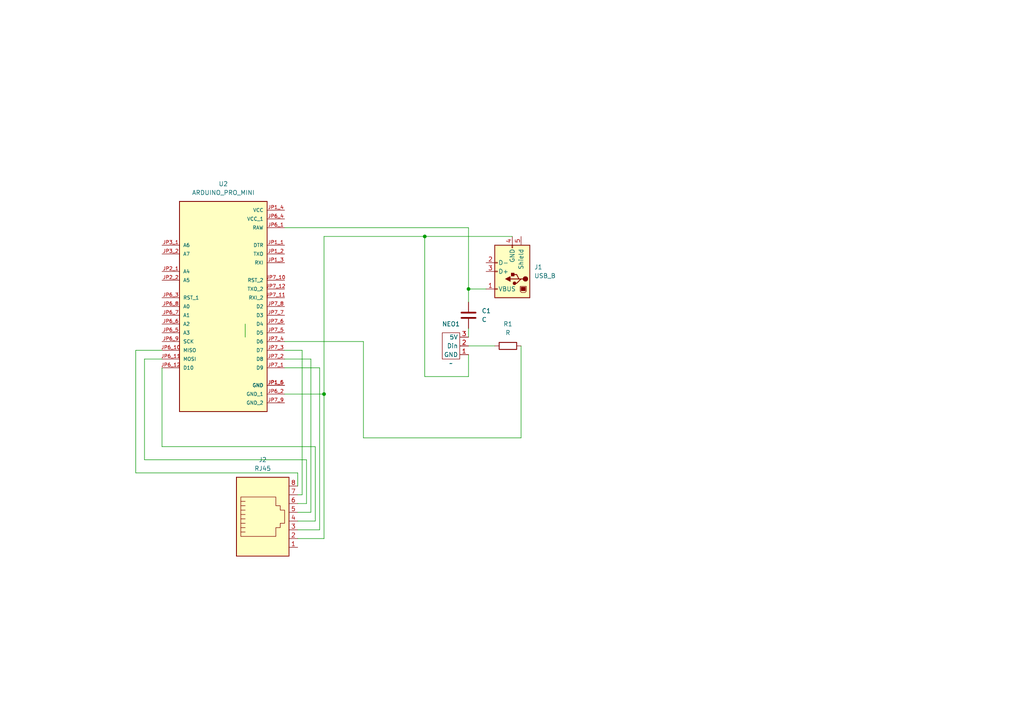
<source format=kicad_sch>
(kicad_sch (version 20230121) (generator eeschema)

  (uuid 72bec9bb-36c1-44f5-b301-26eb2ead7e2e)

  (paper "A4")

  (title_block
    (title "Black Mage Eyes circuit")
    (date "2023-09-17")
    (rev "V01")
    (comment 4 "Cody Sass")
  )

  (lib_symbols
    (symbol "Connector:RJ45" (pin_names (offset 1.016)) (in_bom yes) (on_board yes)
      (property "Reference" "J" (at -5.08 13.97 0)
        (effects (font (size 1.27 1.27)) (justify right))
      )
      (property "Value" "RJ45" (at 2.54 13.97 0)
        (effects (font (size 1.27 1.27)) (justify left))
      )
      (property "Footprint" "" (at 0 0.635 90)
        (effects (font (size 1.27 1.27)) hide)
      )
      (property "Datasheet" "~" (at 0 0.635 90)
        (effects (font (size 1.27 1.27)) hide)
      )
      (property "ki_keywords" "8P8C RJ socket connector" (at 0 0 0)
        (effects (font (size 1.27 1.27)) hide)
      )
      (property "ki_description" "RJ connector, 8P8C (8 positions 8 connected)" (at 0 0 0)
        (effects (font (size 1.27 1.27)) hide)
      )
      (property "ki_fp_filters" "8P8C* RJ31* RJ32* RJ33* RJ34* RJ35* RJ41* RJ45* RJ49* RJ61*" (at 0 0 0)
        (effects (font (size 1.27 1.27)) hide)
      )
      (symbol "RJ45_0_1"
        (polyline
          (pts
            (xy -5.08 4.445)
            (xy -6.35 4.445)
          )
          (stroke (width 0) (type default))
          (fill (type none))
        )
        (polyline
          (pts
            (xy -5.08 5.715)
            (xy -6.35 5.715)
          )
          (stroke (width 0) (type default))
          (fill (type none))
        )
        (polyline
          (pts
            (xy -6.35 -3.175)
            (xy -5.08 -3.175)
            (xy -5.08 -3.175)
          )
          (stroke (width 0) (type default))
          (fill (type none))
        )
        (polyline
          (pts
            (xy -6.35 -1.905)
            (xy -5.08 -1.905)
            (xy -5.08 -1.905)
          )
          (stroke (width 0) (type default))
          (fill (type none))
        )
        (polyline
          (pts
            (xy -6.35 -0.635)
            (xy -5.08 -0.635)
            (xy -5.08 -0.635)
          )
          (stroke (width 0) (type default))
          (fill (type none))
        )
        (polyline
          (pts
            (xy -6.35 0.635)
            (xy -5.08 0.635)
            (xy -5.08 0.635)
          )
          (stroke (width 0) (type default))
          (fill (type none))
        )
        (polyline
          (pts
            (xy -6.35 1.905)
            (xy -5.08 1.905)
            (xy -5.08 1.905)
          )
          (stroke (width 0) (type default))
          (fill (type none))
        )
        (polyline
          (pts
            (xy -5.08 3.175)
            (xy -6.35 3.175)
            (xy -6.35 3.175)
          )
          (stroke (width 0) (type default))
          (fill (type none))
        )
        (polyline
          (pts
            (xy -6.35 -4.445)
            (xy -6.35 6.985)
            (xy 3.81 6.985)
            (xy 3.81 4.445)
            (xy 5.08 4.445)
            (xy 5.08 3.175)
            (xy 6.35 3.175)
            (xy 6.35 -0.635)
            (xy 5.08 -0.635)
            (xy 5.08 -1.905)
            (xy 3.81 -1.905)
            (xy 3.81 -4.445)
            (xy -6.35 -4.445)
            (xy -6.35 -4.445)
          )
          (stroke (width 0) (type default))
          (fill (type none))
        )
        (rectangle (start 7.62 12.7) (end -7.62 -10.16)
          (stroke (width 0.254) (type default))
          (fill (type background))
        )
      )
      (symbol "RJ45_1_1"
        (pin passive line (at 10.16 -7.62 180) (length 2.54)
          (name "~" (effects (font (size 1.27 1.27))))
          (number "1" (effects (font (size 1.27 1.27))))
        )
        (pin passive line (at 10.16 -5.08 180) (length 2.54)
          (name "~" (effects (font (size 1.27 1.27))))
          (number "2" (effects (font (size 1.27 1.27))))
        )
        (pin passive line (at 10.16 -2.54 180) (length 2.54)
          (name "~" (effects (font (size 1.27 1.27))))
          (number "3" (effects (font (size 1.27 1.27))))
        )
        (pin passive line (at 10.16 0 180) (length 2.54)
          (name "~" (effects (font (size 1.27 1.27))))
          (number "4" (effects (font (size 1.27 1.27))))
        )
        (pin passive line (at 10.16 2.54 180) (length 2.54)
          (name "~" (effects (font (size 1.27 1.27))))
          (number "5" (effects (font (size 1.27 1.27))))
        )
        (pin passive line (at 10.16 5.08 180) (length 2.54)
          (name "~" (effects (font (size 1.27 1.27))))
          (number "6" (effects (font (size 1.27 1.27))))
        )
        (pin passive line (at 10.16 7.62 180) (length 2.54)
          (name "~" (effects (font (size 1.27 1.27))))
          (number "7" (effects (font (size 1.27 1.27))))
        )
        (pin passive line (at 10.16 10.16 180) (length 2.54)
          (name "~" (effects (font (size 1.27 1.27))))
          (number "8" (effects (font (size 1.27 1.27))))
        )
      )
    )
    (symbol "Connector:USB_B" (pin_names (offset 1.016)) (in_bom yes) (on_board yes)
      (property "Reference" "J" (at -5.08 11.43 0)
        (effects (font (size 1.27 1.27)) (justify left))
      )
      (property "Value" "USB_B" (at -5.08 8.89 0)
        (effects (font (size 1.27 1.27)) (justify left))
      )
      (property "Footprint" "" (at 3.81 -1.27 0)
        (effects (font (size 1.27 1.27)) hide)
      )
      (property "Datasheet" " ~" (at 3.81 -1.27 0)
        (effects (font (size 1.27 1.27)) hide)
      )
      (property "ki_keywords" "connector USB" (at 0 0 0)
        (effects (font (size 1.27 1.27)) hide)
      )
      (property "ki_description" "USB Type B connector" (at 0 0 0)
        (effects (font (size 1.27 1.27)) hide)
      )
      (property "ki_fp_filters" "USB*" (at 0 0 0)
        (effects (font (size 1.27 1.27)) hide)
      )
      (symbol "USB_B_0_1"
        (rectangle (start -5.08 -7.62) (end 5.08 7.62)
          (stroke (width 0.254) (type default))
          (fill (type background))
        )
        (circle (center -3.81 2.159) (radius 0.635)
          (stroke (width 0.254) (type default))
          (fill (type outline))
        )
        (rectangle (start -3.81 5.588) (end -2.54 4.572)
          (stroke (width 0) (type default))
          (fill (type outline))
        )
        (circle (center -0.635 3.429) (radius 0.381)
          (stroke (width 0.254) (type default))
          (fill (type outline))
        )
        (rectangle (start -0.127 -7.62) (end 0.127 -6.858)
          (stroke (width 0) (type default))
          (fill (type none))
        )
        (polyline
          (pts
            (xy -1.905 2.159)
            (xy 0.635 2.159)
          )
          (stroke (width 0.254) (type default))
          (fill (type none))
        )
        (polyline
          (pts
            (xy -3.175 2.159)
            (xy -2.54 2.159)
            (xy -1.27 3.429)
            (xy -0.635 3.429)
          )
          (stroke (width 0.254) (type default))
          (fill (type none))
        )
        (polyline
          (pts
            (xy -2.54 2.159)
            (xy -1.905 2.159)
            (xy -1.27 0.889)
            (xy 0 0.889)
          )
          (stroke (width 0.254) (type default))
          (fill (type none))
        )
        (polyline
          (pts
            (xy 0.635 2.794)
            (xy 0.635 1.524)
            (xy 1.905 2.159)
            (xy 0.635 2.794)
          )
          (stroke (width 0.254) (type default))
          (fill (type outline))
        )
        (polyline
          (pts
            (xy -4.064 4.318)
            (xy -2.286 4.318)
            (xy -2.286 5.715)
            (xy -2.667 6.096)
            (xy -3.683 6.096)
            (xy -4.064 5.715)
            (xy -4.064 4.318)
          )
          (stroke (width 0) (type default))
          (fill (type none))
        )
        (rectangle (start 0.254 1.27) (end -0.508 0.508)
          (stroke (width 0.254) (type default))
          (fill (type outline))
        )
        (rectangle (start 5.08 -2.667) (end 4.318 -2.413)
          (stroke (width 0) (type default))
          (fill (type none))
        )
        (rectangle (start 5.08 -0.127) (end 4.318 0.127)
          (stroke (width 0) (type default))
          (fill (type none))
        )
        (rectangle (start 5.08 4.953) (end 4.318 5.207)
          (stroke (width 0) (type default))
          (fill (type none))
        )
      )
      (symbol "USB_B_1_1"
        (pin power_out line (at 7.62 5.08 180) (length 2.54)
          (name "VBUS" (effects (font (size 1.27 1.27))))
          (number "1" (effects (font (size 1.27 1.27))))
        )
        (pin bidirectional line (at 7.62 -2.54 180) (length 2.54)
          (name "D-" (effects (font (size 1.27 1.27))))
          (number "2" (effects (font (size 1.27 1.27))))
        )
        (pin bidirectional line (at 7.62 0 180) (length 2.54)
          (name "D+" (effects (font (size 1.27 1.27))))
          (number "3" (effects (font (size 1.27 1.27))))
        )
        (pin power_out line (at 0 -10.16 90) (length 2.54)
          (name "GND" (effects (font (size 1.27 1.27))))
          (number "4" (effects (font (size 1.27 1.27))))
        )
        (pin passive line (at -2.54 -10.16 90) (length 2.54)
          (name "Shield" (effects (font (size 1.27 1.27))))
          (number "5" (effects (font (size 1.27 1.27))))
        )
      )
    )
    (symbol "CustomLibrary:ARDUINO_PRO_MINI" (pin_names (offset 1.016)) (in_bom yes) (on_board yes)
      (property "Reference" "U" (at -12.7 31.75 0)
        (effects (font (size 1.27 1.27)) (justify left bottom))
      )
      (property "Value" "ARDUINO_PRO_MINI" (at -12.7 -33.02 0)
        (effects (font (size 1.27 1.27)) (justify left bottom))
      )
      (property "Footprint" "ARDUINO_PRO_MINI:MODULE_ARDUINO_PRO_MINI" (at 0 0 0)
        (effects (font (size 1.27 1.27)) (justify bottom) hide)
      )
      (property "Datasheet" "" (at 0 0 0)
        (effects (font (size 1.27 1.27)) hide)
      )
      (property "MF" "Arduino" (at 0 0 0)
        (effects (font (size 1.27 1.27)) (justify bottom) hide)
      )
      (property "MAXIMUM_PACKAGE_HEIGHT" "N/A" (at 0 0 0)
        (effects (font (size 1.27 1.27)) (justify bottom) hide)
      )
      (property "Package" "None" (at 0 0 0)
        (effects (font (size 1.27 1.27)) (justify bottom) hide)
      )
      (property "Price" "None" (at 0 0 0)
        (effects (font (size 1.27 1.27)) (justify bottom) hide)
      )
      (property "Check_prices" "https://www.snapeda.com/parts/Arduino%20Pro%20Mini/Arduino/view-part/?ref=eda" (at 0 0 0)
        (effects (font (size 1.27 1.27)) (justify bottom) hide)
      )
      (property "STANDARD" "Manufacturer Recommendations" (at 0 0 0)
        (effects (font (size 1.27 1.27)) (justify bottom) hide)
      )
      (property "PARTREV" "N/A" (at 0 0 0)
        (effects (font (size 1.27 1.27)) (justify bottom) hide)
      )
      (property "SnapEDA_Link" "https://www.snapeda.com/parts/Arduino%20Pro%20Mini/Arduino/view-part/?ref=snap" (at 0 0 0)
        (effects (font (size 1.27 1.27)) (justify bottom) hide)
      )
      (property "MP" "Arduino Pro Mini" (at 0 0 0)
        (effects (font (size 1.27 1.27)) (justify bottom) hide)
      )
      (property "Description" "\nThis board was developed for applications and installations where space is premium and projects are made as permanent set ups. Small, available in 3.3 V and 5 V versions, powered by ATmega328P.\n" (at 0 0 0)
        (effects (font (size 1.27 1.27)) (justify bottom) hide)
      )
      (property "Availability" "In Stock" (at 0 0 0)
        (effects (font (size 1.27 1.27)) (justify bottom) hide)
      )
      (property "MANUFACTURER" "SparkFun Electronics" (at 0 0 0)
        (effects (font (size 1.27 1.27)) (justify bottom) hide)
      )
      (symbol "ARDUINO_PRO_MINI_0_0"
        (rectangle (start -12.7 -30.48) (end 12.7 30.48)
          (stroke (width 0.254) (type default))
          (fill (type background))
        )
        (pin input line (at 17.78 17.78 180) (length 5.08)
          (name "DTR" (effects (font (size 1.016 1.016))))
          (number "JP1_1" (effects (font (size 1.016 1.016))))
        )
        (pin bidirectional line (at 17.78 15.24 180) (length 5.08)
          (name "TXO" (effects (font (size 1.016 1.016))))
          (number "JP1_2" (effects (font (size 1.016 1.016))))
        )
        (pin bidirectional line (at 17.78 12.7 180) (length 5.08)
          (name "RXI" (effects (font (size 1.016 1.016))))
          (number "JP1_3" (effects (font (size 1.016 1.016))))
        )
        (pin power_in line (at 17.78 27.94 180) (length 5.08)
          (name "VCC" (effects (font (size 1.016 1.016))))
          (number "JP1_4" (effects (font (size 1.016 1.016))))
        )
        (pin power_in line (at 17.78 -22.86 180) (length 5.08)
          (name "GND" (effects (font (size 1.016 1.016))))
          (number "JP1_5" (effects (font (size 1.016 1.016))))
        )
        (pin power_in line (at 17.78 -22.86 180) (length 5.08)
          (name "GND" (effects (font (size 1.016 1.016))))
          (number "JP1_6" (effects (font (size 1.016 1.016))))
        )
        (pin bidirectional line (at -17.78 10.16 0) (length 5.08)
          (name "A4" (effects (font (size 1.016 1.016))))
          (number "JP2_1" (effects (font (size 1.016 1.016))))
        )
        (pin bidirectional line (at -17.78 7.62 0) (length 5.08)
          (name "A5" (effects (font (size 1.016 1.016))))
          (number "JP2_2" (effects (font (size 1.016 1.016))))
        )
        (pin input line (at -17.78 17.78 0) (length 5.08)
          (name "A6" (effects (font (size 1.016 1.016))))
          (number "JP3_1" (effects (font (size 1.016 1.016))))
        )
        (pin input line (at -17.78 15.24 0) (length 5.08)
          (name "A7" (effects (font (size 1.016 1.016))))
          (number "JP3_2" (effects (font (size 1.016 1.016))))
        )
        (pin power_in line (at 17.78 22.86 180) (length 5.08)
          (name "RAW" (effects (font (size 1.016 1.016))))
          (number "JP6_1" (effects (font (size 1.016 1.016))))
        )
        (pin bidirectional line (at -17.78 -12.7 0) (length 5.08)
          (name "MISO" (effects (font (size 1.016 1.016))))
          (number "JP6_10" (effects (font (size 1.016 1.016))))
        )
        (pin bidirectional line (at -17.78 -15.24 0) (length 5.08)
          (name "MOSI" (effects (font (size 1.016 1.016))))
          (number "JP6_11" (effects (font (size 1.016 1.016))))
        )
        (pin bidirectional line (at -17.78 -17.78 0) (length 5.08)
          (name "D10" (effects (font (size 1.016 1.016))))
          (number "JP6_12" (effects (font (size 1.016 1.016))))
        )
        (pin power_in line (at 17.78 -25.4 180) (length 5.08)
          (name "GND_1" (effects (font (size 1.016 1.016))))
          (number "JP6_2" (effects (font (size 1.016 1.016))))
        )
        (pin input line (at -17.78 2.54 0) (length 5.08)
          (name "RST_1" (effects (font (size 1.016 1.016))))
          (number "JP6_3" (effects (font (size 1.016 1.016))))
        )
        (pin power_in line (at 17.78 25.4 180) (length 5.08)
          (name "VCC_1" (effects (font (size 1.016 1.016))))
          (number "JP6_4" (effects (font (size 1.016 1.016))))
        )
        (pin bidirectional line (at -17.78 -7.62 0) (length 5.08)
          (name "A3" (effects (font (size 1.016 1.016))))
          (number "JP6_5" (effects (font (size 1.016 1.016))))
        )
        (pin bidirectional line (at -17.78 -5.08 0) (length 5.08)
          (name "A2" (effects (font (size 1.016 1.016))))
          (number "JP6_6" (effects (font (size 1.016 1.016))))
        )
        (pin bidirectional line (at -17.78 -2.54 0) (length 5.08)
          (name "A1" (effects (font (size 1.016 1.016))))
          (number "JP6_7" (effects (font (size 1.016 1.016))))
        )
        (pin bidirectional line (at -17.78 0 0) (length 5.08)
          (name "A0" (effects (font (size 1.016 1.016))))
          (number "JP6_8" (effects (font (size 1.016 1.016))))
        )
        (pin bidirectional line (at -17.78 -10.16 0) (length 5.08)
          (name "SCK" (effects (font (size 1.016 1.016))))
          (number "JP6_9" (effects (font (size 1.016 1.016))))
        )
        (pin bidirectional line (at 17.78 -17.78 180) (length 5.08)
          (name "D9" (effects (font (size 1.016 1.016))))
          (number "JP7_1" (effects (font (size 1.016 1.016))))
        )
        (pin input line (at 17.78 7.62 180) (length 5.08)
          (name "RST_2" (effects (font (size 1.016 1.016))))
          (number "JP7_10" (effects (font (size 1.016 1.016))))
        )
        (pin bidirectional line (at 17.78 2.54 180) (length 5.08)
          (name "RXI_2" (effects (font (size 1.016 1.016))))
          (number "JP7_11" (effects (font (size 1.016 1.016))))
        )
        (pin bidirectional line (at 17.78 5.08 180) (length 5.08)
          (name "TXO_2" (effects (font (size 1.016 1.016))))
          (number "JP7_12" (effects (font (size 1.016 1.016))))
        )
        (pin bidirectional line (at 17.78 -15.24 180) (length 5.08)
          (name "D8" (effects (font (size 1.016 1.016))))
          (number "JP7_2" (effects (font (size 1.016 1.016))))
        )
        (pin bidirectional line (at 17.78 -12.7 180) (length 5.08)
          (name "D7" (effects (font (size 1.016 1.016))))
          (number "JP7_3" (effects (font (size 1.016 1.016))))
        )
        (pin bidirectional line (at 17.78 -10.16 180) (length 5.08)
          (name "D6" (effects (font (size 1.016 1.016))))
          (number "JP7_4" (effects (font (size 1.016 1.016))))
        )
        (pin bidirectional line (at 17.78 -7.62 180) (length 5.08)
          (name "D5" (effects (font (size 1.016 1.016))))
          (number "JP7_5" (effects (font (size 1.016 1.016))))
        )
        (pin bidirectional line (at 17.78 -5.08 180) (length 5.08)
          (name "D4" (effects (font (size 1.016 1.016))))
          (number "JP7_6" (effects (font (size 1.016 1.016))))
        )
        (pin bidirectional line (at 17.78 -2.54 180) (length 5.08)
          (name "D3" (effects (font (size 1.016 1.016))))
          (number "JP7_7" (effects (font (size 1.016 1.016))))
        )
        (pin bidirectional line (at 17.78 0 180) (length 5.08)
          (name "D2" (effects (font (size 1.016 1.016))))
          (number "JP7_8" (effects (font (size 1.016 1.016))))
        )
        (pin power_in line (at 17.78 -27.94 180) (length 5.08)
          (name "GND_2" (effects (font (size 1.016 1.016))))
          (number "JP7_9" (effects (font (size 1.016 1.016))))
        )
      )
    )
    (symbol "CustomLibrary:Neopixel_connection" (in_bom yes) (on_board yes)
      (property "Reference" "NEO1" (at 0 -6.35 0)
        (effects (font (size 1.27 1.27)))
      )
      (property "Value" "~" (at 0 5.08 0)
        (effects (font (size 1.27 1.27)))
      )
      (property "Footprint" "Connector_PinHeader_2.00mm:PinHeader_1x03_P2.00mm_Vertical" (at 0 5.08 0)
        (effects (font (size 1.27 1.27)) hide)
      )
      (property "Datasheet" "" (at 0 5.08 0)
        (effects (font (size 1.27 1.27)) hide)
      )
      (symbol "Neopixel_connection_0_1"
        (rectangle (start -2.54 3.81) (end 2.54 -3.81)
          (stroke (width 0) (type default))
          (fill (type none))
        )
      )
      (symbol "Neopixel_connection_1_1"
        (pin input line (at -5.08 2.54 0) (length 2.54)
          (name "GND" (effects (font (size 1.27 1.27))))
          (number "1" (effects (font (size 1.27 1.27))))
        )
        (pin input line (at -5.08 0 0) (length 2.54)
          (name "Din" (effects (font (size 1.27 1.27))))
          (number "2" (effects (font (size 1.27 1.27))))
        )
        (pin input line (at -5.08 -2.54 0) (length 2.54)
          (name "5V" (effects (font (size 1.27 1.27))))
          (number "3" (effects (font (size 1.27 1.27))))
        )
      )
    )
    (symbol "Device:C" (pin_numbers hide) (pin_names (offset 0.254)) (in_bom yes) (on_board yes)
      (property "Reference" "C" (at 0.635 2.54 0)
        (effects (font (size 1.27 1.27)) (justify left))
      )
      (property "Value" "C" (at 0.635 -2.54 0)
        (effects (font (size 1.27 1.27)) (justify left))
      )
      (property "Footprint" "" (at 0.9652 -3.81 0)
        (effects (font (size 1.27 1.27)) hide)
      )
      (property "Datasheet" "~" (at 0 0 0)
        (effects (font (size 1.27 1.27)) hide)
      )
      (property "ki_keywords" "cap capacitor" (at 0 0 0)
        (effects (font (size 1.27 1.27)) hide)
      )
      (property "ki_description" "Unpolarized capacitor" (at 0 0 0)
        (effects (font (size 1.27 1.27)) hide)
      )
      (property "ki_fp_filters" "C_*" (at 0 0 0)
        (effects (font (size 1.27 1.27)) hide)
      )
      (symbol "C_0_1"
        (polyline
          (pts
            (xy -2.032 -0.762)
            (xy 2.032 -0.762)
          )
          (stroke (width 0.508) (type default))
          (fill (type none))
        )
        (polyline
          (pts
            (xy -2.032 0.762)
            (xy 2.032 0.762)
          )
          (stroke (width 0.508) (type default))
          (fill (type none))
        )
      )
      (symbol "C_1_1"
        (pin passive line (at 0 3.81 270) (length 2.794)
          (name "~" (effects (font (size 1.27 1.27))))
          (number "1" (effects (font (size 1.27 1.27))))
        )
        (pin passive line (at 0 -3.81 90) (length 2.794)
          (name "~" (effects (font (size 1.27 1.27))))
          (number "2" (effects (font (size 1.27 1.27))))
        )
      )
    )
    (symbol "Device:R" (pin_numbers hide) (pin_names (offset 0)) (in_bom yes) (on_board yes)
      (property "Reference" "R" (at 2.032 0 90)
        (effects (font (size 1.27 1.27)))
      )
      (property "Value" "R" (at 0 0 90)
        (effects (font (size 1.27 1.27)))
      )
      (property "Footprint" "" (at -1.778 0 90)
        (effects (font (size 1.27 1.27)) hide)
      )
      (property "Datasheet" "~" (at 0 0 0)
        (effects (font (size 1.27 1.27)) hide)
      )
      (property "ki_keywords" "R res resistor" (at 0 0 0)
        (effects (font (size 1.27 1.27)) hide)
      )
      (property "ki_description" "Resistor" (at 0 0 0)
        (effects (font (size 1.27 1.27)) hide)
      )
      (property "ki_fp_filters" "R_*" (at 0 0 0)
        (effects (font (size 1.27 1.27)) hide)
      )
      (symbol "R_0_1"
        (rectangle (start -1.016 -2.54) (end 1.016 2.54)
          (stroke (width 0.254) (type default))
          (fill (type none))
        )
      )
      (symbol "R_1_1"
        (pin passive line (at 0 3.81 270) (length 1.27)
          (name "~" (effects (font (size 1.27 1.27))))
          (number "1" (effects (font (size 1.27 1.27))))
        )
        (pin passive line (at 0 -3.81 90) (length 1.27)
          (name "~" (effects (font (size 1.27 1.27))))
          (number "2" (effects (font (size 1.27 1.27))))
        )
      )
    )
  )

  (junction (at 93.98 114.3) (diameter 0) (color 0 0 0 0)
    (uuid 36e9602a-a9c3-4c51-b172-0c30d628da9d)
  )
  (junction (at 123.19 68.58) (diameter 0) (color 0 0 0 0)
    (uuid b78fa431-247e-4578-be62-cf4ac6c02662)
  )
  (junction (at 135.89 83.82) (diameter 0) (color 0 0 0 0)
    (uuid f5cafebf-96b7-4594-a17d-18d2bff5717d)
  )

  (wire (pts (xy 93.98 68.58) (xy 123.19 68.58))
    (stroke (width 0) (type default))
    (uuid 0cc4333c-62ca-4004-8a57-5b9542037e36)
  )
  (wire (pts (xy 135.89 109.22) (xy 135.89 102.87))
    (stroke (width 0) (type default))
    (uuid 13cd68ce-97e7-4284-a020-f2bb319f0a50)
  )
  (wire (pts (xy 93.98 114.3) (xy 93.98 68.58))
    (stroke (width 0) (type default))
    (uuid 198b9643-8614-49f4-8cd2-620398019e96)
  )
  (wire (pts (xy 87.63 101.6) (xy 82.55 101.6))
    (stroke (width 0) (type default))
    (uuid 1a342a31-e4bc-42ee-871d-ec711502bf16)
  )
  (wire (pts (xy 86.36 151.13) (xy 91.44 151.13))
    (stroke (width 0) (type default))
    (uuid 1d4691fd-edda-44e5-ab2f-6afdb2ee1cbd)
  )
  (wire (pts (xy 90.17 148.59) (xy 90.17 104.14))
    (stroke (width 0) (type default))
    (uuid 204c7528-1eb8-474a-b7c5-72b1770f76ac)
  )
  (wire (pts (xy 135.89 66.04) (xy 82.55 66.04))
    (stroke (width 0) (type default))
    (uuid 204ee479-dbd4-4432-bbb0-62e7698744b2)
  )
  (wire (pts (xy 41.91 133.35) (xy 88.9 133.35))
    (stroke (width 0) (type default))
    (uuid 2f21fe17-2aab-4bc1-afa1-9ca05b5c58ce)
  )
  (wire (pts (xy 41.91 104.14) (xy 41.91 133.35))
    (stroke (width 0) (type default))
    (uuid 305cc0eb-aa43-494c-814f-0c7bcc692ff0)
  )
  (wire (pts (xy 46.99 106.68) (xy 46.99 129.54))
    (stroke (width 0) (type default))
    (uuid 34053cc2-bcfa-4287-a3d7-61a2bf3a1d9f)
  )
  (wire (pts (xy 93.98 114.3) (xy 82.55 114.3))
    (stroke (width 0) (type default))
    (uuid 363183b1-dfdc-4576-a790-2440c5913daa)
  )
  (wire (pts (xy 86.36 143.51) (xy 87.63 143.51))
    (stroke (width 0) (type default))
    (uuid 3902e76c-2d48-487a-8630-59aed6d25998)
  )
  (wire (pts (xy 123.19 68.58) (xy 123.19 109.22))
    (stroke (width 0) (type default))
    (uuid 3ff20ae0-cd72-4161-af5d-ec9d76c3236c)
  )
  (wire (pts (xy 123.19 109.22) (xy 135.89 109.22))
    (stroke (width 0) (type default))
    (uuid 50f53078-78f4-4e0b-8191-bf4687c1c70c)
  )
  (wire (pts (xy 135.89 83.82) (xy 140.97 83.82))
    (stroke (width 0) (type default))
    (uuid 5998557e-e652-401d-b8a9-7594eda0f3b3)
  )
  (wire (pts (xy 86.36 156.21) (xy 93.98 156.21))
    (stroke (width 0) (type default))
    (uuid 5a616de7-be9e-4892-94fb-2ff7f1120cf2)
  )
  (wire (pts (xy 91.44 129.54) (xy 91.44 151.13))
    (stroke (width 0) (type default))
    (uuid 6029260c-03fa-45a0-ba07-ed141010d491)
  )
  (wire (pts (xy 105.41 127) (xy 151.13 127))
    (stroke (width 0) (type default))
    (uuid 629f7941-c3cd-4c6e-a8c0-8b612f3ccfcc)
  )
  (wire (pts (xy 71.12 93.98) (xy 71.12 97.79))
    (stroke (width 0) (type default))
    (uuid 6990c867-7f10-4dbe-8ed6-a5095669a059)
  )
  (wire (pts (xy 82.55 106.68) (xy 92.71 106.68))
    (stroke (width 0) (type default))
    (uuid 6c79e06a-1007-46ea-8f26-84370d31420b)
  )
  (wire (pts (xy 135.89 83.82) (xy 135.89 87.63))
    (stroke (width 0) (type default))
    (uuid 6e3c101b-715c-4d9f-a27c-6288f2d7c6b8)
  )
  (wire (pts (xy 87.63 143.51) (xy 87.63 101.6))
    (stroke (width 0) (type default))
    (uuid 85d93d73-bd3d-4725-aeb7-3280654c8662)
  )
  (wire (pts (xy 135.89 66.04) (xy 135.89 83.82))
    (stroke (width 0) (type default))
    (uuid 8bb812c3-a30c-46b8-8dc4-65212e639f9f)
  )
  (wire (pts (xy 86.36 137.16) (xy 86.36 140.97))
    (stroke (width 0) (type default))
    (uuid a6c5e498-443c-48bf-8225-f8c08bb77fe8)
  )
  (wire (pts (xy 92.71 153.67) (xy 92.71 106.68))
    (stroke (width 0) (type default))
    (uuid b0d22f54-7f9b-47bf-ba92-11b700fef085)
  )
  (wire (pts (xy 46.99 104.14) (xy 41.91 104.14))
    (stroke (width 0) (type default))
    (uuid b1c2ddf9-e372-4d9a-8ff7-062e73b9fe54)
  )
  (wire (pts (xy 39.37 101.6) (xy 39.37 137.16))
    (stroke (width 0) (type default))
    (uuid b9427f11-3955-4223-bda0-1eeec794e5ed)
  )
  (wire (pts (xy 93.98 156.21) (xy 93.98 114.3))
    (stroke (width 0) (type default))
    (uuid b9bddfed-9fad-4aed-a148-e76de8ed0345)
  )
  (wire (pts (xy 86.36 153.67) (xy 92.71 153.67))
    (stroke (width 0) (type default))
    (uuid ba4fc5fe-80ea-4097-950d-ff02eac4ab1e)
  )
  (wire (pts (xy 105.41 99.06) (xy 82.55 99.06))
    (stroke (width 0) (type default))
    (uuid bea9b8b0-58d7-4ea9-85cc-cb011f98bfcd)
  )
  (wire (pts (xy 123.19 68.58) (xy 148.59 68.58))
    (stroke (width 0) (type default))
    (uuid cf6a27c8-da14-4f9a-afb0-d298c453e3fc)
  )
  (wire (pts (xy 135.89 100.33) (xy 143.51 100.33))
    (stroke (width 0) (type default))
    (uuid d0a41ee8-de29-4eb2-afd4-d2464c5dfa86)
  )
  (wire (pts (xy 90.17 104.14) (xy 82.55 104.14))
    (stroke (width 0) (type default))
    (uuid d14a0d27-d7b5-4aa7-9cb7-7510eee89257)
  )
  (wire (pts (xy 105.41 127) (xy 105.41 99.06))
    (stroke (width 0) (type default))
    (uuid d6d3b3a7-c0be-473d-9dea-6f632bb413c6)
  )
  (wire (pts (xy 46.99 101.6) (xy 39.37 101.6))
    (stroke (width 0) (type default))
    (uuid d884e623-3dad-4954-ba61-34220646d4b6)
  )
  (wire (pts (xy 39.37 137.16) (xy 86.36 137.16))
    (stroke (width 0) (type default))
    (uuid d9f7c30b-2d47-494b-8394-ff809da2f62f)
  )
  (wire (pts (xy 86.36 148.59) (xy 90.17 148.59))
    (stroke (width 0) (type default))
    (uuid de2966ec-9bee-4435-93c9-23868c2dc563)
  )
  (wire (pts (xy 86.36 146.05) (xy 88.9 146.05))
    (stroke (width 0) (type default))
    (uuid e86b27fd-220f-4e8d-a726-0021143ee839)
  )
  (wire (pts (xy 151.13 127) (xy 151.13 100.33))
    (stroke (width 0) (type default))
    (uuid e86da1c8-8d2d-4b8f-8966-87474e32522d)
  )
  (wire (pts (xy 88.9 133.35) (xy 88.9 146.05))
    (stroke (width 0) (type default))
    (uuid ede3e71c-03b7-44ff-84b6-6d26f323b920)
  )
  (wire (pts (xy 46.99 129.54) (xy 91.44 129.54))
    (stroke (width 0) (type default))
    (uuid f0abd573-e21e-45e4-a70d-83ac12133aab)
  )
  (wire (pts (xy 135.89 95.25) (xy 135.89 97.79))
    (stroke (width 0) (type default))
    (uuid f4fc8d00-f13e-4b8e-a95b-829a2b7c286e)
  )

  (symbol (lib_id "CustomLibrary:Neopixel_connection") (at 130.81 100.33 180) (unit 1)
    (in_bom yes) (on_board yes) (dnp no) (fields_autoplaced)
    (uuid 1e89a6fc-e219-47d4-b177-74dc8dcf0e3a)
    (property "Reference" "NEO1" (at 130.81 93.98 0)
      (effects (font (size 1.27 1.27)))
    )
    (property "Value" "~" (at 130.81 105.41 0)
      (effects (font (size 1.27 1.27)))
    )
    (property "Footprint" "Connector_PinHeader_2.00mm:PinHeader_1x03_P2.00mm_Vertical" (at 130.81 105.41 0)
      (effects (font (size 1.27 1.27)) hide)
    )
    (property "Datasheet" "" (at 130.81 105.41 0)
      (effects (font (size 1.27 1.27)) hide)
    )
    (pin "1" (uuid 1f253d95-7d65-450a-9786-2a38307268f5))
    (pin "2" (uuid d1ccf127-234b-4109-98d1-0a52eea6eb7e))
    (pin "3" (uuid 7861fcdf-501c-48d0-b2d3-9d25ba9967ae))
    (instances
      (project "Black Mage Eyes"
        (path "/72bec9bb-36c1-44f5-b301-26eb2ead7e2e"
          (reference "NEO1") (unit 1)
        )
      )
    )
  )

  (symbol (lib_id "Connector:RJ45") (at 76.2 151.13 0) (unit 1)
    (in_bom yes) (on_board yes) (dnp no) (fields_autoplaced)
    (uuid 49eba701-c95e-4983-9436-0a3bbbe83e98)
    (property "Reference" "J2" (at 76.2 133.35 0)
      (effects (font (size 1.27 1.27)))
    )
    (property "Value" "RJ45" (at 76.2 135.89 0)
      (effects (font (size 1.27 1.27)))
    )
    (property "Footprint" "Connector_RJ:RJ45_Amphenol_54602-x08_Horizontal" (at 76.2 150.495 90)
      (effects (font (size 1.27 1.27)) hide)
    )
    (property "Datasheet" "~" (at 76.2 150.495 90)
      (effects (font (size 1.27 1.27)) hide)
    )
    (pin "1" (uuid c1568b73-6509-424f-bdb1-3753e7e91ba5))
    (pin "2" (uuid 5122c636-f34e-40fa-8269-691b1cacb94b))
    (pin "3" (uuid 649cbad1-9d83-404f-b787-c1e24b18cdc2))
    (pin "4" (uuid 88e725ba-8c67-40b0-83b5-552edc7f9166))
    (pin "5" (uuid 646dc00e-b45e-4f52-b4ff-fda38c2d0269))
    (pin "6" (uuid b10ffeae-6bf2-4fec-87da-4b27a2524167))
    (pin "7" (uuid 6855f7eb-c950-4c8c-970f-c102f8ea02c9))
    (pin "8" (uuid 25f75e2d-247d-42c2-a06d-7baa2d66ccb9))
    (instances
      (project "Black Mage Eyes"
        (path "/72bec9bb-36c1-44f5-b301-26eb2ead7e2e"
          (reference "J2") (unit 1)
        )
      )
    )
  )

  (symbol (lib_id "Connector:USB_B") (at 148.59 78.74 180) (unit 1)
    (in_bom yes) (on_board yes) (dnp no) (fields_autoplaced)
    (uuid 7d90c02d-3c30-4a4b-b20e-e10abb37122f)
    (property "Reference" "J1" (at 154.94 77.47 0)
      (effects (font (size 1.27 1.27)) (justify right))
    )
    (property "Value" "USB_B" (at 154.94 80.01 0)
      (effects (font (size 1.27 1.27)) (justify right))
    )
    (property "Footprint" "Connector_USB:USB_B_Amphenol_MUSB-D511_Vertical_Rugged" (at 144.78 77.47 0)
      (effects (font (size 1.27 1.27)) hide)
    )
    (property "Datasheet" " ~" (at 144.78 77.47 0)
      (effects (font (size 1.27 1.27)) hide)
    )
    (pin "1" (uuid 8f583561-f609-486c-adfb-c68dad6907fa))
    (pin "2" (uuid cdcf109b-2095-411d-a45c-a56a7a4a4b50))
    (pin "3" (uuid d02ca991-536b-4475-b607-2873306ee3bf))
    (pin "4" (uuid c6b4c408-9e6e-438b-bb49-b0a30ff8cbc7))
    (pin "5" (uuid d33aff5a-4ebd-43b7-8096-03c51a2da232))
    (instances
      (project "Black Mage Eyes"
        (path "/72bec9bb-36c1-44f5-b301-26eb2ead7e2e"
          (reference "J1") (unit 1)
        )
      )
    )
  )

  (symbol (lib_id "CustomLibrary:ARDUINO_PRO_MINI") (at 64.77 88.9 0) (unit 1)
    (in_bom yes) (on_board yes) (dnp no) (fields_autoplaced)
    (uuid 7e0707c0-a04b-4d82-8548-a13ec71be276)
    (property "Reference" "U2" (at 64.77 53.34 0)
      (effects (font (size 1.27 1.27)))
    )
    (property "Value" "ARDUINO_PRO_MINI" (at 64.77 55.88 0)
      (effects (font (size 1.27 1.27)))
    )
    (property "Footprint" "customfootprints:MODULE_ARDUINO_PRO_MINI" (at 64.77 88.9 0)
      (effects (font (size 1.27 1.27)) (justify bottom) hide)
    )
    (property "Datasheet" "" (at 64.77 88.9 0)
      (effects (font (size 1.27 1.27)) hide)
    )
    (property "MF" "Arduino" (at 64.77 88.9 0)
      (effects (font (size 1.27 1.27)) (justify bottom) hide)
    )
    (property "MAXIMUM_PACKAGE_HEIGHT" "N/A" (at 64.77 88.9 0)
      (effects (font (size 1.27 1.27)) (justify bottom) hide)
    )
    (property "Package" "None" (at 64.77 88.9 0)
      (effects (font (size 1.27 1.27)) (justify bottom) hide)
    )
    (property "Price" "None" (at 64.77 88.9 0)
      (effects (font (size 1.27 1.27)) (justify bottom) hide)
    )
    (property "Check_prices" "https://www.snapeda.com/parts/Arduino%20Pro%20Mini/Arduino/view-part/?ref=eda" (at 64.77 88.9 0)
      (effects (font (size 1.27 1.27)) (justify bottom) hide)
    )
    (property "STANDARD" "Manufacturer Recommendations" (at 64.77 88.9 0)
      (effects (font (size 1.27 1.27)) (justify bottom) hide)
    )
    (property "PARTREV" "N/A" (at 64.77 88.9 0)
      (effects (font (size 1.27 1.27)) (justify bottom) hide)
    )
    (property "SnapEDA_Link" "https://www.snapeda.com/parts/Arduino%20Pro%20Mini/Arduino/view-part/?ref=snap" (at 64.77 88.9 0)
      (effects (font (size 1.27 1.27)) (justify bottom) hide)
    )
    (property "MP" "Arduino Pro Mini" (at 64.77 88.9 0)
      (effects (font (size 1.27 1.27)) (justify bottom) hide)
    )
    (property "Description" "\nThis board was developed for applications and installations where space is premium and projects are made as permanent set ups. Small, available in 3.3 V and 5 V versions, powered by ATmega328P.\n" (at 64.77 88.9 0)
      (effects (font (size 1.27 1.27)) (justify bottom) hide)
    )
    (property "Availability" "In Stock" (at 64.77 88.9 0)
      (effects (font (size 1.27 1.27)) (justify bottom) hide)
    )
    (property "MANUFACTURER" "SparkFun Electronics" (at 64.77 88.9 0)
      (effects (font (size 1.27 1.27)) (justify bottom) hide)
    )
    (pin "JP1_1" (uuid 40564d62-ce6f-4a5f-a8cb-144520b9550e))
    (pin "JP1_2" (uuid d22f1ff7-f697-4f80-b37f-ab342e0c4066))
    (pin "JP1_3" (uuid 59c4392b-a4f7-438d-9bd5-349a29f4dc6b))
    (pin "JP1_4" (uuid 703e3242-663b-47c9-a9b9-2d5c122d1ea5))
    (pin "JP1_5" (uuid bd1d3395-173e-4c19-9784-3941d5859c19))
    (pin "JP1_6" (uuid 9faf3cab-c11c-4bef-9790-aba650f6703b))
    (pin "JP2_1" (uuid 6c830875-c3d3-4453-99ef-24188e49fc47))
    (pin "JP2_2" (uuid b6ed0956-a473-48f7-8373-d9de8591de06))
    (pin "JP3_1" (uuid 22749f1b-99e2-46c0-a95b-be31ee2154c0))
    (pin "JP3_2" (uuid 003bc949-0024-44cb-9a6a-d1989221db7e))
    (pin "JP6_1" (uuid 578cf7a8-9ba1-4421-b3c6-4163551b5b29))
    (pin "JP6_10" (uuid 1fbe2fb4-ca12-41f0-b4ea-818c32c069de))
    (pin "JP6_11" (uuid 661cf91c-7914-486f-8e94-954276f69c7a))
    (pin "JP6_12" (uuid ae48e34c-b456-4233-9f2e-dfa9dc67a1ab))
    (pin "JP6_2" (uuid 632b9680-e99a-47aa-97b6-00075a735ca3))
    (pin "JP6_3" (uuid 374318e6-dd6a-4e7a-86de-60770f5bd38c))
    (pin "JP6_4" (uuid b127b4b5-af24-434b-8568-ae8ffce8deec))
    (pin "JP6_5" (uuid 6234d1d6-d399-4f54-915d-1596412f1177))
    (pin "JP6_6" (uuid 137ff425-d914-4396-8ee0-ce43a5de3f0b))
    (pin "JP6_7" (uuid 940e46c5-883b-4832-bc65-d369915fae2b))
    (pin "JP6_8" (uuid fd0768d6-f585-4317-a86e-82f6d5f32c6e))
    (pin "JP6_9" (uuid 32b24994-15ee-4375-bff4-9ffc536672a2))
    (pin "JP7_1" (uuid 299e4829-ec0e-42d3-b519-fbb83d3df9e3))
    (pin "JP7_10" (uuid 0c7aa216-0805-406b-a1f3-26b07297dc30))
    (pin "JP7_11" (uuid fb9c3e2d-0160-4c58-a013-74a4bd071287))
    (pin "JP7_12" (uuid 647cdc8e-ea37-4d5b-b67c-b0c89936f028))
    (pin "JP7_2" (uuid d4b28b29-356a-4405-a7f2-83715fd9da2a))
    (pin "JP7_3" (uuid 7fc08367-3639-4cbd-8cf8-2b3c08a710ec))
    (pin "JP7_4" (uuid 140133c3-bc3e-49de-a574-9867e55bb508))
    (pin "JP7_5" (uuid 1b2882ab-f20e-4415-870b-f68c28127306))
    (pin "JP7_6" (uuid 61611fcc-8dee-4a27-8dc7-e9ee3737b613))
    (pin "JP7_7" (uuid 732bd877-1e12-4b8e-9eef-239323efcc29))
    (pin "JP7_8" (uuid 6722bdec-d0ff-4810-a7c9-cf3359437cd2))
    (pin "JP7_9" (uuid 95b1a817-5d5a-45d0-94c5-ab2a168f9d44))
    (instances
      (project "Black Mage Eyes"
        (path "/72bec9bb-36c1-44f5-b301-26eb2ead7e2e"
          (reference "U2") (unit 1)
        )
      )
    )
  )

  (symbol (lib_id "Device:R") (at 147.32 100.33 270) (unit 1)
    (in_bom yes) (on_board yes) (dnp no) (fields_autoplaced)
    (uuid c58a177e-1800-4fbe-ac03-be9970ce232d)
    (property "Reference" "R1" (at 147.32 93.98 90)
      (effects (font (size 1.27 1.27)))
    )
    (property "Value" "R" (at 147.32 96.52 90)
      (effects (font (size 1.27 1.27)))
    )
    (property "Footprint" "Resistor_THT:R_Axial_DIN0207_L6.3mm_D2.5mm_P7.62mm_Horizontal" (at 147.32 98.552 90)
      (effects (font (size 1.27 1.27)) hide)
    )
    (property "Datasheet" "~" (at 147.32 100.33 0)
      (effects (font (size 1.27 1.27)) hide)
    )
    (pin "1" (uuid 434684e8-c2d1-4108-8d19-0920f4c042b3))
    (pin "2" (uuid 3d513db5-d3da-4ac8-88eb-273dd6e7799b))
    (instances
      (project "Black Mage Eyes"
        (path "/72bec9bb-36c1-44f5-b301-26eb2ead7e2e"
          (reference "R1") (unit 1)
        )
      )
    )
  )

  (symbol (lib_id "Device:C") (at 135.89 91.44 180) (unit 1)
    (in_bom yes) (on_board yes) (dnp no) (fields_autoplaced)
    (uuid ff6df36c-d8f4-4bb0-a4e7-9e437e00f85f)
    (property "Reference" "C1" (at 139.7 90.17 0)
      (effects (font (size 1.27 1.27)) (justify right))
    )
    (property "Value" "C" (at 139.7 92.71 0)
      (effects (font (size 1.27 1.27)) (justify right))
    )
    (property "Footprint" "Capacitor_THT:C_Radial_D8.0mm_H7.0mm_P3.50mm" (at 134.9248 87.63 0)
      (effects (font (size 1.27 1.27)) hide)
    )
    (property "Datasheet" "~" (at 135.89 91.44 0)
      (effects (font (size 1.27 1.27)) hide)
    )
    (pin "1" (uuid ac8b48a1-7b4e-4131-8aec-5bdf2f987710))
    (pin "2" (uuid 626d6a2b-56ef-4ad8-ad16-9d564790cc37))
    (instances
      (project "Black Mage Eyes"
        (path "/72bec9bb-36c1-44f5-b301-26eb2ead7e2e"
          (reference "C1") (unit 1)
        )
      )
    )
  )

  (sheet_instances
    (path "/" (page "1"))
  )
)

</source>
